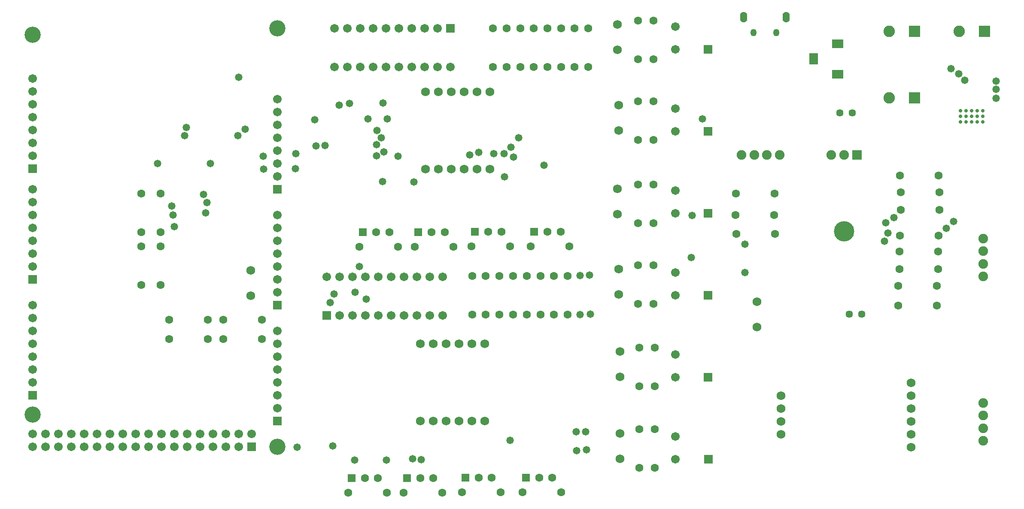
<source format=gbs>
G04*
G04 #@! TF.GenerationSoftware,Altium Limited,Altium Designer,19.0.10 (269)*
G04*
G04 Layer_Color=16711935*
%FSLAX25Y25*%
%MOIN*%
G70*
G01*
G75*
%ADD28R,0.06706X0.06706*%
%ADD29C,0.06706*%
%ADD30R,0.06706X0.06706*%
%ADD31C,0.06312*%
%ADD32C,0.06800*%
%ADD33C,0.15800*%
%ADD34C,0.07493*%
%ADD35R,0.07493X0.07493*%
%ADD36C,0.05721*%
%ADD37R,0.06312X0.06312*%
%ADD38R,0.08871X0.08871*%
%ADD39C,0.08871*%
%ADD40O,0.04934X0.05721*%
%ADD41O,0.05524X0.08280*%
%ADD42R,0.06706X0.09068*%
%ADD43R,0.09068X0.06706*%
%ADD44C,0.12611*%
%ADD45C,0.05800*%
%ADD46C,0.02769*%
D28*
X312000Y347334D02*
D03*
X122000Y187334D02*
D03*
Y277334D02*
D03*
Y363334D02*
D03*
X312000Y167334D02*
D03*
Y257334D02*
D03*
X446500Y472500D02*
D03*
X350500Y249500D02*
D03*
D29*
X312000Y357334D02*
D03*
Y367334D02*
D03*
Y377334D02*
D03*
Y387334D02*
D03*
Y397334D02*
D03*
Y407334D02*
D03*
Y417334D02*
D03*
X122000Y197334D02*
D03*
Y207334D02*
D03*
Y217334D02*
D03*
Y227334D02*
D03*
Y237334D02*
D03*
Y247334D02*
D03*
Y257334D02*
D03*
Y347334D02*
D03*
Y337334D02*
D03*
Y327334D02*
D03*
Y317334D02*
D03*
Y307334D02*
D03*
Y297334D02*
D03*
Y287334D02*
D03*
Y433334D02*
D03*
Y423334D02*
D03*
Y413334D02*
D03*
Y403334D02*
D03*
Y393334D02*
D03*
Y383334D02*
D03*
Y373334D02*
D03*
X312000Y237334D02*
D03*
Y227334D02*
D03*
Y217334D02*
D03*
Y207334D02*
D03*
Y197334D02*
D03*
Y187334D02*
D03*
Y177334D02*
D03*
Y327334D02*
D03*
Y317334D02*
D03*
Y307334D02*
D03*
Y297334D02*
D03*
Y287334D02*
D03*
Y277334D02*
D03*
Y267334D02*
D03*
X292000Y157334D02*
D03*
X282000Y147334D02*
D03*
Y157334D02*
D03*
X272000Y147334D02*
D03*
Y157334D02*
D03*
X262000Y147334D02*
D03*
Y157334D02*
D03*
X252000Y147334D02*
D03*
Y157334D02*
D03*
X242000Y147334D02*
D03*
Y157334D02*
D03*
X232000Y147334D02*
D03*
Y157334D02*
D03*
X222000Y147334D02*
D03*
Y157334D02*
D03*
X212000Y147334D02*
D03*
Y157334D02*
D03*
X202000Y147334D02*
D03*
Y157334D02*
D03*
X192000Y147334D02*
D03*
Y157334D02*
D03*
X182000Y147334D02*
D03*
Y157334D02*
D03*
X172000Y147334D02*
D03*
Y157334D02*
D03*
X162000Y147334D02*
D03*
Y157334D02*
D03*
X152000Y147334D02*
D03*
Y157334D02*
D03*
X142000Y147334D02*
D03*
Y157334D02*
D03*
X132000Y147334D02*
D03*
Y157334D02*
D03*
X122000Y147334D02*
D03*
Y157334D02*
D03*
X621205Y137887D02*
D03*
Y155603D02*
D03*
X620940Y201538D02*
D03*
Y219254D02*
D03*
Y265189D02*
D03*
Y282905D02*
D03*
Y328840D02*
D03*
Y346556D02*
D03*
Y392491D02*
D03*
Y410207D02*
D03*
Y456142D02*
D03*
Y473858D02*
D03*
X436500Y472500D02*
D03*
X426500D02*
D03*
X416500D02*
D03*
X406500D02*
D03*
X396500D02*
D03*
X386500D02*
D03*
X376500D02*
D03*
X366500D02*
D03*
X356500D02*
D03*
X446500Y442500D02*
D03*
X436500D02*
D03*
X426500D02*
D03*
X416500D02*
D03*
X406500D02*
D03*
X396500D02*
D03*
X386500D02*
D03*
X376500D02*
D03*
X366500D02*
D03*
X356500D02*
D03*
X360500Y249500D02*
D03*
X370500D02*
D03*
X380500D02*
D03*
X390500D02*
D03*
X400500D02*
D03*
X410500D02*
D03*
X420500D02*
D03*
X430500D02*
D03*
X440500D02*
D03*
X350500Y279500D02*
D03*
X360500D02*
D03*
X370500D02*
D03*
X380500D02*
D03*
X390500D02*
D03*
X400500D02*
D03*
X410500D02*
D03*
X420500D02*
D03*
X430500D02*
D03*
X440500D02*
D03*
D30*
X292000Y147334D02*
D03*
X646795Y137887D02*
D03*
X646530Y201538D02*
D03*
Y265189D02*
D03*
Y328840D02*
D03*
Y392491D02*
D03*
Y456142D02*
D03*
D31*
X367028Y111718D02*
D03*
X397028D02*
D03*
X795000Y285548D02*
D03*
X825000D02*
D03*
X794000Y272548D02*
D03*
X824000D02*
D03*
X484500Y280245D02*
D03*
Y250245D02*
D03*
X490068Y472500D02*
D03*
Y442500D02*
D03*
X698347Y312815D02*
D03*
X668347D02*
D03*
X698000Y344000D02*
D03*
X668000D02*
D03*
X667887Y327484D02*
D03*
X697887D02*
D03*
X206500Y314000D02*
D03*
Y344000D02*
D03*
Y273000D02*
D03*
Y303000D02*
D03*
X258000Y231000D02*
D03*
X228000D02*
D03*
X300000D02*
D03*
X270000D02*
D03*
X300000Y246000D02*
D03*
X270000D02*
D03*
X258000D02*
D03*
X228000D02*
D03*
X221500Y273000D02*
D03*
Y303000D02*
D03*
Y314000D02*
D03*
Y344000D02*
D03*
X825500Y358048D02*
D03*
X795500D02*
D03*
X796000Y331500D02*
D03*
X826000D02*
D03*
X399009Y314254D02*
D03*
X388773D02*
D03*
X442009Y314149D02*
D03*
X431773D02*
D03*
X486009Y314317D02*
D03*
X475773D02*
D03*
X532009Y314500D02*
D03*
X521773D02*
D03*
X390250Y123000D02*
D03*
X380014D02*
D03*
X433250Y123183D02*
D03*
X423014D02*
D03*
X478528Y123381D02*
D03*
X468292D02*
D03*
X525528Y123550D02*
D03*
X515292D02*
D03*
X795000Y299048D02*
D03*
X825000D02*
D03*
X592000Y478541D02*
D03*
Y448541D02*
D03*
X604000D02*
D03*
Y478541D02*
D03*
X592000Y415875D02*
D03*
Y385875D02*
D03*
X604000D02*
D03*
Y415875D02*
D03*
X592000Y351000D02*
D03*
Y321000D02*
D03*
X604000D02*
D03*
Y351000D02*
D03*
X592129Y288541D02*
D03*
Y258541D02*
D03*
X604129D02*
D03*
Y288541D02*
D03*
X593000Y161000D02*
D03*
Y131000D02*
D03*
X605000D02*
D03*
Y161000D02*
D03*
X826000Y345000D02*
D03*
X796000D02*
D03*
X605000Y194541D02*
D03*
Y224541D02*
D03*
X593000D02*
D03*
Y194541D02*
D03*
X795500Y311500D02*
D03*
X825500D02*
D03*
X794000Y257000D02*
D03*
X824000D02*
D03*
X448787Y302866D02*
D03*
X418787D02*
D03*
X405787Y302971D02*
D03*
X375787D02*
D03*
X532306Y112267D02*
D03*
X502306D02*
D03*
X440028Y111901D02*
D03*
X410028D02*
D03*
X538787Y303218D02*
D03*
X508787D02*
D03*
X473904Y280245D02*
D03*
Y250245D02*
D03*
X463309Y280245D02*
D03*
Y250245D02*
D03*
X485306Y112098D02*
D03*
X455306D02*
D03*
X495095Y280245D02*
D03*
Y250245D02*
D03*
X505691Y280245D02*
D03*
Y250245D02*
D03*
X516286Y280245D02*
D03*
Y250245D02*
D03*
X526882Y280245D02*
D03*
Y250245D02*
D03*
X537477Y280245D02*
D03*
Y250245D02*
D03*
X479500Y472500D02*
D03*
Y442500D02*
D03*
X500636Y472500D02*
D03*
Y442500D02*
D03*
X492787Y303034D02*
D03*
X462787D02*
D03*
X511204Y472500D02*
D03*
Y442500D02*
D03*
X521773Y472500D02*
D03*
Y442500D02*
D03*
X532341Y472500D02*
D03*
Y442500D02*
D03*
X542909Y472500D02*
D03*
Y442500D02*
D03*
X553477Y472500D02*
D03*
Y442500D02*
D03*
D32*
X291500Y284500D02*
D03*
Y264815D02*
D03*
X684500Y240315D02*
D03*
Y260000D02*
D03*
X577129Y265745D02*
D03*
Y285430D02*
D03*
X576000Y328204D02*
D03*
Y347889D02*
D03*
X577000Y393079D02*
D03*
Y412764D02*
D03*
X576000Y455745D02*
D03*
Y475430D02*
D03*
X578000Y138204D02*
D03*
Y157889D02*
D03*
Y201745D02*
D03*
Y221430D02*
D03*
X457252Y423000D02*
D03*
X447252D02*
D03*
X437252D02*
D03*
X427252D02*
D03*
X467252D02*
D03*
X477252D02*
D03*
X427252Y363000D02*
D03*
X437252D02*
D03*
X477252D02*
D03*
X467252D02*
D03*
X457252D02*
D03*
X447252D02*
D03*
X453000Y227500D02*
D03*
X443000D02*
D03*
X433000D02*
D03*
X423000D02*
D03*
X463000D02*
D03*
X473000D02*
D03*
X423000Y167500D02*
D03*
X433000D02*
D03*
X473000D02*
D03*
X463000D02*
D03*
X453000D02*
D03*
X443000D02*
D03*
X703000Y157000D02*
D03*
Y167000D02*
D03*
Y177000D02*
D03*
Y187000D02*
D03*
X804000Y197000D02*
D03*
Y187000D02*
D03*
Y177000D02*
D03*
Y167000D02*
D03*
Y157000D02*
D03*
Y147000D02*
D03*
D33*
X752000Y314945D02*
D03*
D34*
X742000Y374000D02*
D03*
X752000D02*
D03*
X672500D02*
D03*
X682342D02*
D03*
X692185D02*
D03*
X702028D02*
D03*
X860000Y279745D02*
D03*
Y289587D02*
D03*
Y299430D02*
D03*
Y309272D02*
D03*
Y181528D02*
D03*
Y171685D02*
D03*
Y161843D02*
D03*
Y152000D02*
D03*
D35*
X762000Y374000D02*
D03*
D36*
X756000Y250500D02*
D03*
X765842D02*
D03*
X758500Y406900D02*
D03*
X748658D02*
D03*
D37*
X378536Y314254D02*
D03*
X421536Y314149D02*
D03*
X465536Y314317D02*
D03*
X511536Y314500D02*
D03*
X369778Y123000D02*
D03*
X412778Y123183D02*
D03*
X458056Y123381D02*
D03*
X505056Y123550D02*
D03*
D38*
X861000Y470000D02*
D03*
X806843D02*
D03*
Y418512D02*
D03*
D39*
X841315Y470000D02*
D03*
X787157D02*
D03*
Y418512D02*
D03*
D40*
X699287Y469189D02*
D03*
X681768D02*
D03*
D41*
X674090Y481000D02*
D03*
X706965D02*
D03*
D42*
X728496Y448659D02*
D03*
D43*
X747000Y460470D02*
D03*
Y436848D02*
D03*
D44*
X312000Y147334D02*
D03*
X122000Y172334D02*
D03*
Y467334D02*
D03*
X312000Y472334D02*
D03*
D45*
X423890Y137500D02*
D03*
X396800Y137300D02*
D03*
X375787Y287500D02*
D03*
X488500Y357000D02*
D03*
X519000Y366145D02*
D03*
X392689Y387334D02*
D03*
X389500Y393000D02*
D03*
X389169Y382000D02*
D03*
X468500Y376000D02*
D03*
X326000Y363428D02*
D03*
X342000Y381000D02*
D03*
X393637Y353500D02*
D03*
X417966Y353000D02*
D03*
X231000Y327500D02*
D03*
X232211Y318500D02*
D03*
X256500Y329000D02*
D03*
X349000Y381500D02*
D03*
X341000Y401500D02*
D03*
X405787Y373000D02*
D03*
X461500Y374000D02*
D03*
X257500Y337208D02*
D03*
X368000Y414000D02*
D03*
X360000Y412788D02*
D03*
X394165Y414589D02*
D03*
X382500Y402000D02*
D03*
X281500Y389000D02*
D03*
X287000Y393979D02*
D03*
X260000Y367334D02*
D03*
X389169Y373334D02*
D03*
X480000Y375000D02*
D03*
X493500Y380000D02*
D03*
X488000Y375000D02*
D03*
X495500Y372500D02*
D03*
X499500Y387500D02*
D03*
X301500Y363000D02*
D03*
X254731Y343500D02*
D03*
X230000Y334500D02*
D03*
X326500Y375000D02*
D03*
X301000Y373000D02*
D03*
X219000Y367500D02*
D03*
X282000Y434500D02*
D03*
X240000Y389000D02*
D03*
X241500Y395542D02*
D03*
X783500Y307036D02*
D03*
X786134Y313500D02*
D03*
X784500Y321437D02*
D03*
X790615Y325500D02*
D03*
X394900Y376500D02*
D03*
X397427Y402000D02*
D03*
X634000Y327000D02*
D03*
X633500Y294500D02*
D03*
X675000Y282905D02*
D03*
Y304809D02*
D03*
X831500Y317000D02*
D03*
X837000Y322500D02*
D03*
X642000Y402000D02*
D03*
X372402Y267500D02*
D03*
X356157Y266000D02*
D03*
X353000Y259500D02*
D03*
X381000Y262000D02*
D03*
X552000Y145000D02*
D03*
X551500Y159000D02*
D03*
X555000Y250500D02*
D03*
X554500Y280912D02*
D03*
X547000Y280500D02*
D03*
X547100Y250000D02*
D03*
X544000Y159000D02*
D03*
X544500Y144500D02*
D03*
X355000Y148000D02*
D03*
X327500Y147000D02*
D03*
X372000Y137237D02*
D03*
X417000Y138000D02*
D03*
X492702Y152500D02*
D03*
X845799Y432000D02*
D03*
X841000Y437148D02*
D03*
X835000Y441000D02*
D03*
X870000Y425000D02*
D03*
Y431500D02*
D03*
Y418012D02*
D03*
D46*
X842339Y399669D02*
D03*
Y404000D02*
D03*
Y408331D02*
D03*
X846669Y399669D02*
D03*
Y404000D02*
D03*
Y408331D02*
D03*
X851000Y399669D02*
D03*
Y404000D02*
D03*
Y408331D02*
D03*
X855331Y399669D02*
D03*
Y404000D02*
D03*
Y408331D02*
D03*
X859661Y399669D02*
D03*
Y404000D02*
D03*
Y408331D02*
D03*
M02*

</source>
